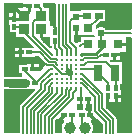
<source format=gtl>
G04 Layer_Physical_Order=1*
G04 Layer_Color=255*
%FSLAX24Y24*%
%MOIN*%
G70*
G01*
G75*
%ADD10R,0.0197X0.0118*%
%ADD11R,0.0374X0.0335*%
%ADD12R,0.0295X0.0315*%
%ADD13R,0.0315X0.0295*%
%ADD14R,0.0256X0.0197*%
%ADD15R,0.0295X0.0551*%
%ADD16R,0.0197X0.0236*%
%ADD17R,0.0118X0.0197*%
%ADD18C,0.0076*%
%ADD19C,0.0050*%
%ADD20C,0.0100*%
%ADD21C,0.0060*%
%ADD22C,0.0080*%
%ADD23C,0.0300*%
%ADD24R,0.0407X0.0300*%
%ADD25C,0.0394*%
%ADD26C,0.0118*%
%ADD27C,0.0240*%
%ADD28C,0.0210*%
G36*
X-360Y2260D02*
Y1506D01*
X-548D01*
Y1681D01*
X-568D01*
Y2114D01*
X-733D01*
X-736Y2122D01*
X-745Y2137D01*
X-757Y2150D01*
X-794Y2188D01*
Y2272D01*
X-371D01*
X-360Y2260D01*
D02*
G37*
G36*
X2182Y1449D02*
X2160Y1400D01*
X1310D01*
X1309Y1402D01*
X1292Y1422D01*
X1272Y1439D01*
X1250Y1454D01*
X1227Y1465D01*
X1202Y1474D01*
X1176Y1479D01*
X1150Y1480D01*
X1124Y1479D01*
X1098Y1474D01*
X1073Y1465D01*
X1050Y1454D01*
X1028Y1439D01*
X1017Y1430D01*
X985Y1439D01*
X967Y1451D01*
Y1524D01*
X1125Y1682D01*
X1279D01*
Y2038D01*
X489D01*
Y2035D01*
X142D01*
X100Y2056D01*
Y2260D01*
X111Y2272D01*
X2182D01*
Y1449D01*
D02*
G37*
G36*
X370Y1225D02*
X518D01*
Y1228D01*
X926D01*
X941Y1199D01*
X912Y1152D01*
X493D01*
Y1040D01*
X487Y1039D01*
X470Y1032D01*
X454Y1022D01*
X439Y1009D01*
X424Y994D01*
X417Y993D01*
X397Y984D01*
X378Y973D01*
X361Y959D01*
X306Y964D01*
X242Y1028D01*
Y1225D01*
X270D01*
Y1443D01*
X370D01*
Y1225D01*
D02*
G37*
G36*
X-1446Y2240D02*
X-1248D01*
Y2140D01*
X-1446D01*
Y2134D01*
X-1692D01*
Y1966D01*
X-1700D01*
Y1768D01*
X-1750D01*
Y1718D01*
X-1909D01*
Y1569D01*
X-1889D01*
Y1314D01*
X-1672D01*
Y1166D01*
X-1412D01*
X-1075Y829D01*
X-1096Y779D01*
X-1319D01*
Y799D01*
X-1468D01*
Y640D01*
Y481D01*
X-1319D01*
Y501D01*
X-1064D01*
Y528D01*
X-944D01*
X-692Y276D01*
X-676Y233D01*
X-870Y39D01*
X-879Y43D01*
X-1118D01*
Y93D01*
X-1168D01*
Y252D01*
X-1317D01*
Y233D01*
X-1476D01*
Y232D01*
X-1572D01*
Y-46D01*
X-1483D01*
X-1479Y-51D01*
X-1476Y-54D01*
Y-167D01*
X-1693D01*
X-1693Y-167D01*
X-2100D01*
Y2272D01*
X-1446D01*
Y2240D01*
D02*
G37*
G36*
X-559Y1109D02*
X-539D01*
Y854D01*
X-490D01*
Y797D01*
X-514Y782D01*
X-540Y776D01*
X-864Y1100D01*
X-845Y1146D01*
X-559D01*
Y1109D01*
D02*
G37*
G36*
X95Y113D02*
X115Y104D01*
X136Y99D01*
X175Y79D01*
X177Y57D01*
X182Y36D01*
X191Y15D01*
X200Y0D01*
X191Y-15D01*
X182Y-36D01*
X177Y-57D01*
X175Y-79D01*
X136Y-99D01*
X115Y-104D01*
X95Y-113D01*
X80Y-122D01*
X63Y-112D01*
X43Y-104D01*
X22Y-98D01*
X0Y-97D01*
X-21Y-57D01*
X-26Y-36D01*
X-34Y-16D01*
X-45Y3D01*
X-51Y9D01*
X-45Y16D01*
X-33Y35D01*
X-25Y55D01*
X-20Y77D01*
X0Y98D01*
X22Y99D01*
X43Y104D01*
X63Y113D01*
X79Y123D01*
X95Y113D01*
D02*
G37*
G36*
X2182Y1111D02*
Y-2050D01*
X1679D01*
X1670Y-2040D01*
Y-1590D01*
X1669Y-1573D01*
X1665Y-1556D01*
X1658Y-1540D01*
X1649Y-1525D01*
X1638Y-1512D01*
X1299Y-1173D01*
Y-1016D01*
X1320D01*
Y-818D01*
X1420D01*
Y-1016D01*
X1600D01*
Y-818D01*
X1650D01*
Y-768D01*
X1809D01*
Y-619D01*
X1789D01*
Y-406D01*
X1853D01*
Y306D01*
X1480D01*
X1435Y351D01*
X1456Y401D01*
X1548D01*
Y560D01*
X1598D01*
Y610D01*
X1796D01*
Y663D01*
X1973D01*
Y870D01*
X1726D01*
Y970D01*
X1973D01*
Y1160D01*
X2160D01*
X2182Y1111D01*
D02*
G37*
G36*
X767Y-1078D02*
X838D01*
Y-1301D01*
X651D01*
X642Y-1294D01*
X621Y-1251D01*
X624Y-1245D01*
X632Y-1221D01*
X637Y-1195D01*
X639Y-1169D01*
X637Y-1143D01*
X635Y-1128D01*
X650Y-1099D01*
X667Y-1083D01*
Y-919D01*
X767D01*
Y-1078D01*
D02*
G37*
G36*
X1210Y-1735D02*
Y-2040D01*
X1201Y-2050D01*
X883D01*
X875Y-2043D01*
X855Y-2000D01*
X860Y-1990D01*
X872Y-1962D01*
X880Y-1932D01*
X886Y-1901D01*
X887Y-1870D01*
X886Y-1839D01*
X880Y-1808D01*
X872Y-1778D01*
X860Y-1750D01*
X845Y-1722D01*
X827Y-1697D01*
X806Y-1674D01*
X801Y-1669D01*
X820Y-1619D01*
X996D01*
Y-1587D01*
X1042Y-1568D01*
X1210Y-1735D01*
D02*
G37*
G36*
X-276Y-1587D02*
Y-1619D01*
X-100D01*
X-81Y-1669D01*
X-86Y-1674D01*
X-107Y-1697D01*
X-125Y-1722D01*
X-140Y-1750D01*
X-152Y-1778D01*
X-160Y-1808D01*
X-166Y-1839D01*
X-167Y-1870D01*
X-166Y-1901D01*
X-160Y-1932D01*
X-152Y-1962D01*
X-140Y-1990D01*
X-135Y-2000D01*
X-155Y-2043D01*
X-163Y-2050D01*
X-361D01*
X-370Y-2040D01*
Y-1615D01*
X-322Y-1568D01*
X-276Y-1587D01*
D02*
G37*
G36*
X-1038Y-614D02*
X-1518Y-1094D01*
X-1529Y-1107D01*
X-1538Y-1122D01*
X-1545Y-1138D01*
X-1549Y-1155D01*
X-1550Y-1172D01*
Y-2040D01*
X-1559Y-2050D01*
X-2100D01*
Y-568D01*
X-1693D01*
X-1693Y-568D01*
X-1374D01*
X-1367Y-567D01*
X-1057D01*
X-1038Y-614D01*
D02*
G37*
%LPC*%
G36*
X-1800Y1966D02*
X-1909D01*
Y1818D01*
X-1800D01*
Y1966D01*
D02*
G37*
G36*
X-1568Y799D02*
X-1716D01*
Y690D01*
X-1568D01*
Y799D01*
D02*
G37*
G36*
Y590D02*
X-1716D01*
Y481D01*
X-1568D01*
Y590D01*
D02*
G37*
G36*
X-920Y252D02*
X-1068D01*
Y143D01*
X-920D01*
Y252D01*
D02*
G37*
G36*
X1796Y510D02*
X1648D01*
Y401D01*
X1796D01*
Y510D01*
D02*
G37*
G36*
X1809Y-868D02*
X1700D01*
Y-1016D01*
X1809D01*
Y-868D01*
D02*
G37*
%LPD*%
D10*
X798Y-1460D02*
D03*
X522D02*
D03*
X198D02*
D03*
X-78D02*
D03*
X1322Y560D02*
D03*
X1598D02*
D03*
X-1248Y2190D02*
D03*
X-972D02*
D03*
X717Y-919D02*
D03*
X441D02*
D03*
X-1324Y-367D02*
D03*
X-1048D02*
D03*
X-1394Y93D02*
D03*
X-1118Y93D02*
D03*
X-1518Y640D02*
D03*
X-1242D02*
D03*
D11*
X-1405Y1866D02*
D03*
Y1414D02*
D03*
X-835D02*
D03*
Y1866D02*
D03*
D12*
X1194Y920D02*
D03*
X1726D02*
D03*
D13*
X730Y924D02*
D03*
Y1456D02*
D03*
D14*
X1071Y1860D02*
D03*
X697D02*
D03*
D15*
X1625Y-50D02*
D03*
X1055D02*
D03*
D16*
X320Y1443D02*
D03*
Y1837D02*
D03*
D17*
X1650Y-818D02*
D03*
Y-542D02*
D03*
X1370Y-818D02*
D03*
Y-542D02*
D03*
X-1750Y1768D02*
D03*
Y1492D02*
D03*
X-400Y1032D02*
D03*
Y1308D02*
D03*
D18*
X-472Y551D02*
D03*
X-315D02*
D03*
X-157D02*
D03*
X0D02*
D03*
X157D02*
D03*
X315D02*
D03*
X472D02*
D03*
X-315Y394D02*
D03*
X-157D02*
D03*
X0D02*
D03*
X157D02*
D03*
X315D02*
D03*
X472D02*
D03*
X-315Y236D02*
D03*
X-157D02*
D03*
X0D02*
D03*
X157D02*
D03*
X315D02*
D03*
X472D02*
D03*
X-472Y79D02*
D03*
X-315D02*
D03*
X-157D02*
D03*
X315D02*
D03*
X472D02*
D03*
X-472Y-79D02*
D03*
X-315D02*
D03*
X-157D02*
D03*
X315D02*
D03*
X472D02*
D03*
X-472Y-236D02*
D03*
X-315D02*
D03*
X-157D02*
D03*
X0D02*
D03*
X157D02*
D03*
X315D02*
D03*
X472D02*
D03*
X-472Y-394D02*
D03*
X-315D02*
D03*
X-157D02*
D03*
X0D02*
D03*
X157D02*
D03*
X315D02*
D03*
X472D02*
D03*
X-472Y-551D02*
D03*
X-315D02*
D03*
X-157D02*
D03*
X0D02*
D03*
X157D02*
D03*
X315D02*
D03*
X472D02*
D03*
D19*
X-315Y79D02*
X-157Y-79D01*
X-315Y79D02*
X-315D01*
D20*
X739Y-1401D02*
Y-1169D01*
Y-1401D02*
X798Y-1460D01*
X990Y-1652D01*
Y-1830D02*
Y-1652D01*
X-270D02*
X-78Y-1460D01*
X-270Y-1830D02*
Y-1652D01*
X-1760Y2160D02*
X-1466Y1866D01*
X-1405D01*
X-1248Y2024D02*
Y2190D01*
X-1405Y1866D02*
X-1248Y2024D01*
X-1750Y1768D02*
X-1504D01*
X-1405Y1866D01*
X-1058Y93D02*
X-886D01*
X-836Y143D01*
X980Y600D02*
X1194Y814D01*
Y920D01*
X521Y600D02*
X980D01*
X472Y551D02*
X521Y600D01*
X-835Y1145D02*
X-760Y1070D01*
X-690D01*
X-835Y1145D02*
Y1414D01*
X-400Y1308D02*
Y1480D01*
X-460Y1540D02*
X-400Y1480D01*
X-460Y1570D02*
Y1690D01*
Y1540D02*
Y1570D01*
D21*
X532Y-1792D02*
X610Y-1870D01*
X532Y-1792D02*
Y-1470D01*
X110Y-1870D02*
X198Y-1782D01*
Y-1460D01*
X1560Y-2040D02*
Y-1590D01*
X1440Y-2040D02*
Y-1640D01*
X1320Y-2040D02*
Y-1689D01*
X-480Y-1570D02*
X210Y-880D01*
X-480Y-2040D02*
Y-1570D01*
X210Y-880D02*
Y-706D01*
X-600Y-1520D02*
X90Y-830D01*
X-32Y-782D02*
Y-602D01*
X-720Y-1470D02*
X-32Y-782D01*
X-840Y-1421D02*
X-157Y-738D01*
X-960Y-1371D02*
X-315Y-726D01*
X-472Y-714D02*
Y-551D01*
X-1080Y-1321D02*
X-472Y-714D01*
X-601Y-672D02*
Y-496D01*
X-1200Y-1271D02*
X-601Y-672D01*
X-721Y-622D02*
Y-441D01*
X-1320Y-1222D02*
X-721Y-622D01*
X-841Y-573D02*
Y-391D01*
X-1440Y-1172D02*
X-841Y-573D01*
X-32Y-602D02*
X0Y-570D01*
X-600Y-2040D02*
Y-1520D01*
X-840Y-2040D02*
Y-1421D01*
X-960Y-2040D02*
Y-1371D01*
X-1080Y-2040D02*
Y-1321D01*
X-1200Y-2040D02*
Y-1271D01*
X-1320Y-2040D02*
Y-1222D01*
X-1440Y-2040D02*
Y-1172D01*
X-720Y-2040D02*
Y-1470D01*
X0Y-570D02*
Y-551D01*
X1069Y-1268D02*
X1440Y-1640D01*
X949Y-1318D02*
X1320Y-1689D01*
X1189Y-1219D02*
X1560Y-1590D01*
X315Y-601D02*
Y-551D01*
X210Y-706D02*
X315Y-601D01*
X90Y-830D02*
Y-657D01*
X-157Y-738D02*
Y-551D01*
X90Y-657D02*
X157Y-589D01*
X-315Y-726D02*
Y-551D01*
X-841Y-391D02*
X-529Y-79D01*
X-721Y-441D02*
X-516Y-236D01*
X-601Y-496D02*
X-498Y-394D01*
X-472D01*
X157Y-589D02*
Y-551D01*
X1189Y-1219D02*
Y-738D01*
X-351Y430D02*
X-315Y394D01*
X-776Y333D02*
X-654Y210D01*
X1069Y-1268D02*
Y-788D01*
X949Y-1318D02*
Y-838D01*
X472Y-79D02*
X529D01*
X1189Y-738D01*
X472Y-394D02*
X505D01*
X949Y-838D01*
X-315Y551D02*
Y722D01*
X-380Y787D02*
X-315Y722D01*
X472Y-236D02*
X517D01*
X1069Y-788D01*
X-520Y430D02*
X-351D01*
X-157Y551D02*
Y734D01*
X0Y551D02*
Y746D01*
X157Y551D02*
Y759D01*
X1150Y560D02*
X1322D01*
X1030Y440D02*
X1150Y560D01*
X-130Y876D02*
X0Y746D01*
X-250Y827D02*
X-157Y734D01*
X-10Y926D02*
Y2260D01*
Y926D02*
X157Y759D01*
X-130Y876D02*
Y2260D01*
X-250Y827D02*
Y2260D01*
X-380Y787D02*
Y1032D01*
X-894Y1866D02*
X-835D01*
X-1120Y1640D02*
X-894Y1866D01*
X-1750Y1492D02*
X-1484D01*
X-1405Y1414D01*
X-472Y551D02*
Y552D01*
X-899Y639D02*
X-580Y320D01*
X-399D01*
X-1241Y639D02*
X-1119D01*
X-835Y1866D02*
Y2072D01*
X-972Y2210D02*
X-835Y2072D01*
X550Y394D02*
X596Y440D01*
X472Y394D02*
X550D01*
X596Y440D02*
X1030D01*
X472Y236D02*
X596D01*
X680Y320D01*
X1310D02*
X1625Y5D01*
Y-50D02*
Y5D01*
X680Y320D02*
X1310D01*
X472Y79D02*
X926D01*
X1055Y-50D01*
X1370Y-542D02*
Y-365D01*
X1055Y-50D02*
X1370Y-365D01*
X1650Y-542D02*
Y-75D01*
X1625Y-50D02*
X1650Y-75D01*
X-1230Y639D02*
X-899D01*
X-446Y210D02*
X-315Y79D01*
X-654Y210D02*
X-446D01*
X-516Y-236D02*
X-472D01*
X-529Y-79D02*
X-472D01*
X-399Y320D02*
X-315Y236D01*
X-1405Y1315D02*
Y1414D01*
Y1315D02*
X-520Y430D01*
X-1120Y1200D02*
X-472Y552D01*
X-1120Y1200D02*
Y1640D01*
D22*
X30Y-79D02*
X109Y0D01*
X-157Y-79D02*
X30D01*
X0Y109D02*
X109Y0D01*
X0Y109D02*
Y236D01*
X109Y0D02*
X157Y49D01*
Y236D01*
X109Y0D02*
X157Y-49D01*
Y-236D02*
Y-49D01*
X1071Y1798D02*
Y1861D01*
X730Y1457D02*
X1071Y1798D01*
X-560Y79D02*
X-472D01*
X-988Y-350D02*
X-560Y79D01*
X310Y1860D02*
X697D01*
X315Y551D02*
Y785D01*
X-1394Y34D02*
Y93D01*
Y34D02*
X-1048Y-312D01*
Y-367D02*
Y-312D01*
X122Y978D02*
X315Y785D01*
X122Y978D02*
Y1672D01*
X310Y1860D01*
X472Y-1135D02*
Y-551D01*
X1150Y964D02*
Y1280D01*
Y964D02*
X1194Y920D01*
X1150Y1280D02*
X2160D01*
X460Y860D02*
X524Y924D01*
X730D01*
X439Y-1169D02*
X472Y-1135D01*
D23*
X-1872Y-367D02*
X-1374D01*
D24*
X-1896Y-367D02*
D03*
D25*
X110Y-1870D02*
D03*
X610D02*
D03*
D26*
X315Y-394D02*
D03*
X157D02*
D03*
Y394D02*
D03*
X315Y-236D02*
D03*
Y394D02*
D03*
X0D02*
D03*
X315Y-79D02*
D03*
X460Y860D02*
D03*
X315Y79D02*
D03*
Y236D02*
D03*
X0Y-236D02*
D03*
X-157Y-394D02*
D03*
X0D02*
D03*
X-157Y-236D02*
D03*
X-335Y-79D02*
D03*
X-315Y-394D02*
D03*
X-157Y394D02*
D03*
X-316Y-236D02*
D03*
X-157Y98D02*
D03*
D27*
X2060Y-1930D02*
D03*
X-1980D02*
D03*
X-270Y-1830D02*
D03*
X990D02*
D03*
X-1980Y-690D02*
D03*
X2050Y-1150D02*
D03*
X1420D02*
D03*
X2060Y2150D02*
D03*
X370Y2160D02*
D03*
X1990Y260D02*
D03*
X-1819Y331D02*
D03*
X-1980Y-1150D02*
D03*
X2060Y1520D02*
D03*
X-1990Y1250D02*
D03*
X2080Y911D02*
D03*
X739Y-1169D02*
D03*
X-986Y353D02*
D03*
X-1376Y373D02*
D03*
X-1976Y-47D02*
D03*
X-690Y1070D02*
D03*
X370Y1090D02*
D03*
X-1760Y2160D02*
D03*
X1150Y1280D02*
D03*
X439Y-1169D02*
D03*
X-460Y1690D02*
D03*
D28*
X109Y-59D02*
D03*
M02*

</source>
